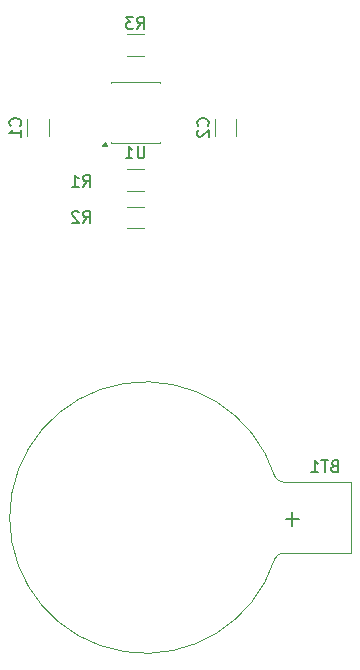
<source format=gbr>
%TF.GenerationSoftware,KiCad,Pcbnew,9.0.7-9.0.7~ubuntu24.04.1*%
%TF.CreationDate,2026-02-13T13:47:40-05:00*%
%TF.ProjectId,ControlPanelRTC,436f6e74-726f-46c5-9061-6e656c525443,rev?*%
%TF.SameCoordinates,Original*%
%TF.FileFunction,Legend,Bot*%
%TF.FilePolarity,Positive*%
%FSLAX46Y46*%
G04 Gerber Fmt 4.6, Leading zero omitted, Abs format (unit mm)*
G04 Created by KiCad (PCBNEW 9.0.7-9.0.7~ubuntu24.04.1) date 2026-02-13 13:47:40*
%MOMM*%
%LPD*%
G01*
G04 APERTURE LIST*
%ADD10C,0.150000*%
%ADD11C,0.120000*%
G04 APERTURE END LIST*
D10*
X160355714Y-85801008D02*
X160212857Y-85848627D01*
X160212857Y-85848627D02*
X160165238Y-85896246D01*
X160165238Y-85896246D02*
X160117619Y-85991484D01*
X160117619Y-85991484D02*
X160117619Y-86134341D01*
X160117619Y-86134341D02*
X160165238Y-86229579D01*
X160165238Y-86229579D02*
X160212857Y-86277199D01*
X160212857Y-86277199D02*
X160308095Y-86324818D01*
X160308095Y-86324818D02*
X160689047Y-86324818D01*
X160689047Y-86324818D02*
X160689047Y-85324818D01*
X160689047Y-85324818D02*
X160355714Y-85324818D01*
X160355714Y-85324818D02*
X160260476Y-85372437D01*
X160260476Y-85372437D02*
X160212857Y-85420056D01*
X160212857Y-85420056D02*
X160165238Y-85515294D01*
X160165238Y-85515294D02*
X160165238Y-85610532D01*
X160165238Y-85610532D02*
X160212857Y-85705770D01*
X160212857Y-85705770D02*
X160260476Y-85753389D01*
X160260476Y-85753389D02*
X160355714Y-85801008D01*
X160355714Y-85801008D02*
X160689047Y-85801008D01*
X159831904Y-85324818D02*
X159260476Y-85324818D01*
X159546190Y-86324818D02*
X159546190Y-85324818D01*
X158403333Y-86324818D02*
X158974761Y-86324818D01*
X158689047Y-86324818D02*
X158689047Y-85324818D01*
X158689047Y-85324818D02*
X158784285Y-85467675D01*
X158784285Y-85467675D02*
X158879523Y-85562913D01*
X158879523Y-85562913D02*
X158974761Y-85610532D01*
X157391428Y-90284699D02*
X156248571Y-90284699D01*
X156819999Y-90856127D02*
X156819999Y-89713270D01*
X143676666Y-48789819D02*
X144009999Y-48313628D01*
X144248094Y-48789819D02*
X144248094Y-47789819D01*
X144248094Y-47789819D02*
X143867142Y-47789819D01*
X143867142Y-47789819D02*
X143771904Y-47837438D01*
X143771904Y-47837438D02*
X143724285Y-47885057D01*
X143724285Y-47885057D02*
X143676666Y-47980295D01*
X143676666Y-47980295D02*
X143676666Y-48123152D01*
X143676666Y-48123152D02*
X143724285Y-48218390D01*
X143724285Y-48218390D02*
X143771904Y-48266009D01*
X143771904Y-48266009D02*
X143867142Y-48313628D01*
X143867142Y-48313628D02*
X144248094Y-48313628D01*
X143343332Y-47789819D02*
X142724285Y-47789819D01*
X142724285Y-47789819D02*
X143057618Y-48170771D01*
X143057618Y-48170771D02*
X142914761Y-48170771D01*
X142914761Y-48170771D02*
X142819523Y-48218390D01*
X142819523Y-48218390D02*
X142771904Y-48266009D01*
X142771904Y-48266009D02*
X142724285Y-48361247D01*
X142724285Y-48361247D02*
X142724285Y-48599342D01*
X142724285Y-48599342D02*
X142771904Y-48694580D01*
X142771904Y-48694580D02*
X142819523Y-48742200D01*
X142819523Y-48742200D02*
X142914761Y-48789819D01*
X142914761Y-48789819D02*
X143200475Y-48789819D01*
X143200475Y-48789819D02*
X143295713Y-48742200D01*
X143295713Y-48742200D02*
X143343332Y-48694580D01*
X149639580Y-56983333D02*
X149687200Y-56935714D01*
X149687200Y-56935714D02*
X149734819Y-56792857D01*
X149734819Y-56792857D02*
X149734819Y-56697619D01*
X149734819Y-56697619D02*
X149687200Y-56554762D01*
X149687200Y-56554762D02*
X149591961Y-56459524D01*
X149591961Y-56459524D02*
X149496723Y-56411905D01*
X149496723Y-56411905D02*
X149306247Y-56364286D01*
X149306247Y-56364286D02*
X149163390Y-56364286D01*
X149163390Y-56364286D02*
X148972914Y-56411905D01*
X148972914Y-56411905D02*
X148877676Y-56459524D01*
X148877676Y-56459524D02*
X148782438Y-56554762D01*
X148782438Y-56554762D02*
X148734819Y-56697619D01*
X148734819Y-56697619D02*
X148734819Y-56792857D01*
X148734819Y-56792857D02*
X148782438Y-56935714D01*
X148782438Y-56935714D02*
X148830057Y-56983333D01*
X148830057Y-57364286D02*
X148782438Y-57411905D01*
X148782438Y-57411905D02*
X148734819Y-57507143D01*
X148734819Y-57507143D02*
X148734819Y-57745238D01*
X148734819Y-57745238D02*
X148782438Y-57840476D01*
X148782438Y-57840476D02*
X148830057Y-57888095D01*
X148830057Y-57888095D02*
X148925295Y-57935714D01*
X148925295Y-57935714D02*
X149020533Y-57935714D01*
X149020533Y-57935714D02*
X149163390Y-57888095D01*
X149163390Y-57888095D02*
X149734819Y-57316667D01*
X149734819Y-57316667D02*
X149734819Y-57935714D01*
X133764580Y-56983333D02*
X133812200Y-56935714D01*
X133812200Y-56935714D02*
X133859819Y-56792857D01*
X133859819Y-56792857D02*
X133859819Y-56697619D01*
X133859819Y-56697619D02*
X133812200Y-56554762D01*
X133812200Y-56554762D02*
X133716961Y-56459524D01*
X133716961Y-56459524D02*
X133621723Y-56411905D01*
X133621723Y-56411905D02*
X133431247Y-56364286D01*
X133431247Y-56364286D02*
X133288390Y-56364286D01*
X133288390Y-56364286D02*
X133097914Y-56411905D01*
X133097914Y-56411905D02*
X133002676Y-56459524D01*
X133002676Y-56459524D02*
X132907438Y-56554762D01*
X132907438Y-56554762D02*
X132859819Y-56697619D01*
X132859819Y-56697619D02*
X132859819Y-56792857D01*
X132859819Y-56792857D02*
X132907438Y-56935714D01*
X132907438Y-56935714D02*
X132955057Y-56983333D01*
X133859819Y-57935714D02*
X133859819Y-57364286D01*
X133859819Y-57650000D02*
X132859819Y-57650000D01*
X132859819Y-57650000D02*
X133002676Y-57554762D01*
X133002676Y-57554762D02*
X133097914Y-57459524D01*
X133097914Y-57459524D02*
X133145533Y-57364286D01*
X144271904Y-58734819D02*
X144271904Y-59544342D01*
X144271904Y-59544342D02*
X144224285Y-59639580D01*
X144224285Y-59639580D02*
X144176666Y-59687200D01*
X144176666Y-59687200D02*
X144081428Y-59734819D01*
X144081428Y-59734819D02*
X143890952Y-59734819D01*
X143890952Y-59734819D02*
X143795714Y-59687200D01*
X143795714Y-59687200D02*
X143748095Y-59639580D01*
X143748095Y-59639580D02*
X143700476Y-59544342D01*
X143700476Y-59544342D02*
X143700476Y-58734819D01*
X142700476Y-59734819D02*
X143271904Y-59734819D01*
X142986190Y-59734819D02*
X142986190Y-58734819D01*
X142986190Y-58734819D02*
X143081428Y-58877676D01*
X143081428Y-58877676D02*
X143176666Y-58972914D01*
X143176666Y-58972914D02*
X143271904Y-59020533D01*
X139104666Y-62176819D02*
X139437999Y-61700628D01*
X139676094Y-62176819D02*
X139676094Y-61176819D01*
X139676094Y-61176819D02*
X139295142Y-61176819D01*
X139295142Y-61176819D02*
X139199904Y-61224438D01*
X139199904Y-61224438D02*
X139152285Y-61272057D01*
X139152285Y-61272057D02*
X139104666Y-61367295D01*
X139104666Y-61367295D02*
X139104666Y-61510152D01*
X139104666Y-61510152D02*
X139152285Y-61605390D01*
X139152285Y-61605390D02*
X139199904Y-61653009D01*
X139199904Y-61653009D02*
X139295142Y-61700628D01*
X139295142Y-61700628D02*
X139676094Y-61700628D01*
X138152285Y-62176819D02*
X138723713Y-62176819D01*
X138437999Y-62176819D02*
X138437999Y-61176819D01*
X138437999Y-61176819D02*
X138533237Y-61319676D01*
X138533237Y-61319676D02*
X138628475Y-61414914D01*
X138628475Y-61414914D02*
X138723713Y-61462533D01*
X139104666Y-65224819D02*
X139437999Y-64748628D01*
X139676094Y-65224819D02*
X139676094Y-64224819D01*
X139676094Y-64224819D02*
X139295142Y-64224819D01*
X139295142Y-64224819D02*
X139199904Y-64272438D01*
X139199904Y-64272438D02*
X139152285Y-64320057D01*
X139152285Y-64320057D02*
X139104666Y-64415295D01*
X139104666Y-64415295D02*
X139104666Y-64558152D01*
X139104666Y-64558152D02*
X139152285Y-64653390D01*
X139152285Y-64653390D02*
X139199904Y-64701009D01*
X139199904Y-64701009D02*
X139295142Y-64748628D01*
X139295142Y-64748628D02*
X139676094Y-64748628D01*
X138723713Y-64320057D02*
X138676094Y-64272438D01*
X138676094Y-64272438D02*
X138580856Y-64224819D01*
X138580856Y-64224819D02*
X138342761Y-64224819D01*
X138342761Y-64224819D02*
X138247523Y-64272438D01*
X138247523Y-64272438D02*
X138199904Y-64320057D01*
X138199904Y-64320057D02*
X138152285Y-64415295D01*
X138152285Y-64415295D02*
X138152285Y-64510533D01*
X138152285Y-64510533D02*
X138199904Y-64653390D01*
X138199904Y-64653390D02*
X138771332Y-65224819D01*
X138771332Y-65224819D02*
X138152285Y-65224819D01*
D11*
%TO.C,BT1*%
X161770000Y-87169999D02*
X156070000Y-87169999D01*
X161770000Y-93169999D02*
X161770000Y-87169999D01*
X161770000Y-93169999D02*
X156070000Y-93169999D01*
X155320000Y-93669999D02*
G75*
G02*
X156070000Y-93169999I750000J-312500D01*
G01*
X156070000Y-87169999D02*
G75*
G02*
X155320000Y-86669999I0J812500D01*
G01*
X132874329Y-90169999D02*
G75*
G02*
X155320000Y-86669999I11495715J11D01*
G01*
X155320000Y-93669999D02*
G75*
G02*
X132874329Y-90169999I-10949956J3499989D01*
G01*
%TO.C,R3*%
X144237064Y-49255000D02*
X142782936Y-49255000D01*
X144237064Y-51075000D02*
X142782936Y-51075000D01*
%TO.C,C2*%
X150220000Y-56438748D02*
X150220000Y-57861252D01*
X152040000Y-56438748D02*
X152040000Y-57861252D01*
%TO.C,C1*%
X134345000Y-56438748D02*
X134345000Y-57861252D01*
X136165000Y-56438748D02*
X136165000Y-57861252D01*
%TO.C,U1*%
X141450000Y-58440000D02*
X145570000Y-58440000D01*
X141450000Y-58345000D02*
X141450000Y-58440000D01*
X141450000Y-53320000D02*
X141450000Y-53415000D01*
X145570000Y-58440000D02*
X145570000Y-58345000D01*
X145570000Y-53415000D02*
X145570000Y-53320000D01*
X145570000Y-53320000D02*
X141450000Y-53320000D01*
X141150000Y-58680000D02*
X140670000Y-58680000D01*
X140910000Y-58350000D01*
X141150000Y-58680000D01*
G36*
X141150000Y-58680000D02*
G01*
X140670000Y-58680000D01*
X140910000Y-58350000D01*
X141150000Y-58680000D01*
G37*
%TO.C,R1*%
X142782936Y-62505000D02*
X144237064Y-62505000D01*
X142782936Y-60685000D02*
X144237064Y-60685000D01*
%TO.C,R2*%
X142782936Y-65680000D02*
X144237064Y-65680000D01*
X142782936Y-63860000D02*
X144237064Y-63860000D01*
%TD*%
M02*

</source>
